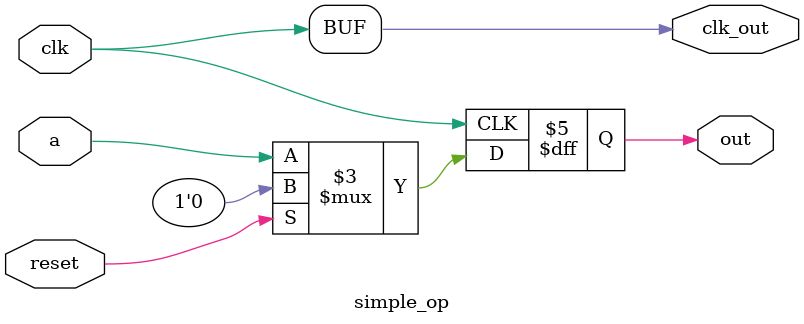
<source format=v>
module simple_op(
    clk,
    reset,
    a,
    out,
    clk_out
    );

    input   clk;
    input   reset;
    input   a;

    output  out;
    output  clk_out;

    assign clk_out = clk;

    always @(posedge clk)
    begin
        case(reset)
            1'b0:       out <= a;
            default:    out <= 1'b0;
        endcase
    end
endmodule
</source>
